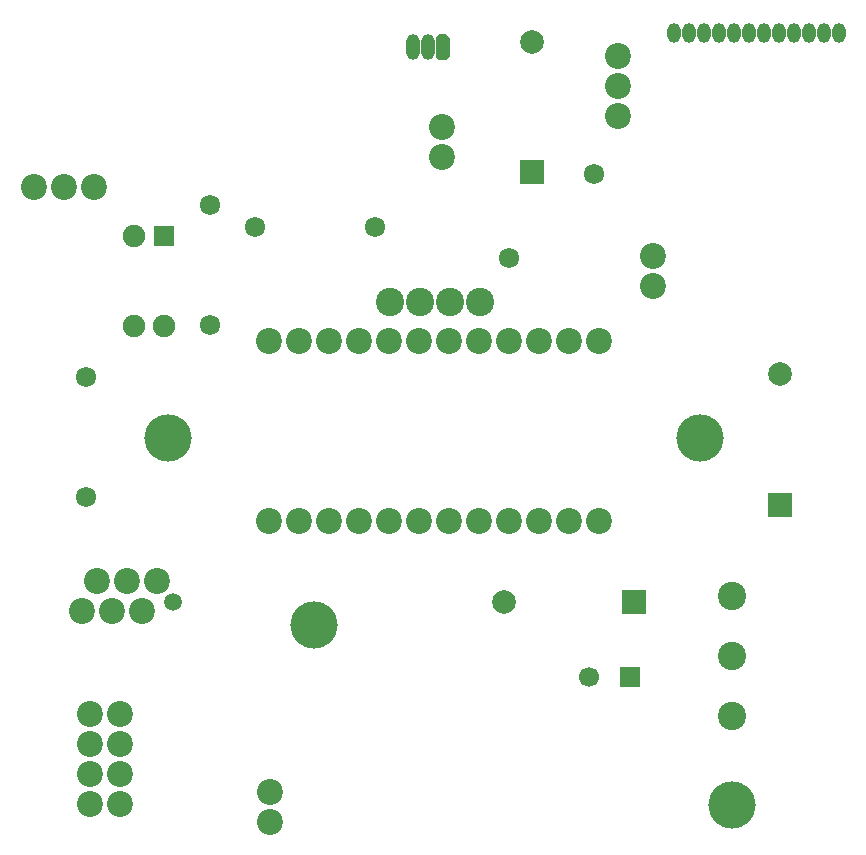
<source format=gbs>
G04 DipTrace 2.4.0.2*
%INBottomMask.gbs*%
%MOMM*%
%ADD27C,2.0*%
%ADD29C,2.2*%
%ADD36C,2.2*%
%ADD39C,4.0*%
%ADD40C,1.5*%
%ADD46C,1.9*%
%ADD47O,1.149X1.7*%
%ADD49C,2.4*%
%ADD52C,1.724*%
%ADD54C,1.724*%
%ADD58O,1.14X2.2*%
%ADD60C,2.4*%
%ADD67R,2.0X2.0*%
%ADD71C,1.7*%
%ADD73R,1.7X1.7*%
%FSLAX53Y53*%
G04*
G71*
G90*
G75*
G01*
%LNBotMask*%
%LPD*%
D73*
X64110Y27280D3*
D71*
X60610D3*
D67*
X64427Y33630D3*
D27*
X53377D3*
D67*
X55755Y70043D3*
D27*
Y81092D3*
D67*
X76810Y41885D3*
D27*
Y52935D3*
D39*
X25000Y47500D3*
X70000D3*
D36*
X33600Y17600D3*
Y15060D3*
X13586Y68804D3*
X16126D3*
X18666D3*
D29*
X24005Y35435D3*
X22735Y32895D3*
X21465Y35435D3*
X20195Y32895D3*
X18925Y35435D3*
X17655Y32895D3*
D40*
X25410Y33635D3*
D36*
X66040Y62931D3*
Y60391D3*
X63058Y74805D3*
Y77345D3*
Y79885D3*
X48135Y73853D3*
Y71313D3*
D60*
X51410Y59030D3*
X48870D3*
X46330D3*
X43790D3*
G36*
X48830Y81411D2*
X48527Y81720D1*
X47943D1*
X47640Y81411D1*
Y79829D1*
X47943Y79520D1*
X48527D1*
X48830Y79829D1*
Y81411D1*
G37*
D58*
X46965Y80620D3*
X45695D3*
D54*
X28550Y67285D3*
D52*
Y57125D3*
D54*
X42520Y65380D3*
D52*
X32360D3*
D54*
X18013Y42520D3*
D52*
Y52680D3*
D54*
X53850Y62740D3*
D52*
X61034Y69924D3*
D49*
X72700Y24000D3*
Y29080D3*
Y34160D3*
D39*
X37300Y31700D3*
X72700Y16500D3*
D47*
X67820Y81790D3*
X69090D3*
X70360D3*
X71630D3*
X72900D3*
X74170D3*
X75440D3*
X76710D3*
X77980D3*
X79250D3*
X80520D3*
X81790D3*
D29*
X61470Y55755D3*
X58930D3*
X56390D3*
X53850D3*
X51310D3*
X48770D3*
X46230D3*
X43690D3*
X41150D3*
X38610D3*
X36070D3*
X33530D3*
Y40515D3*
X36070D3*
X38610D3*
X41150D3*
X43690D3*
X46230D3*
X48770D3*
X51310D3*
X53850D3*
X56390D3*
X58930D3*
X61470D3*
D73*
X24640Y64645D3*
D46*
X22100D3*
Y57025D3*
X24640D3*
D36*
X18362Y24151D3*
Y21611D3*
Y19071D3*
Y16531D3*
X20902D3*
Y19071D3*
Y21611D3*
Y24151D3*
M02*

</source>
